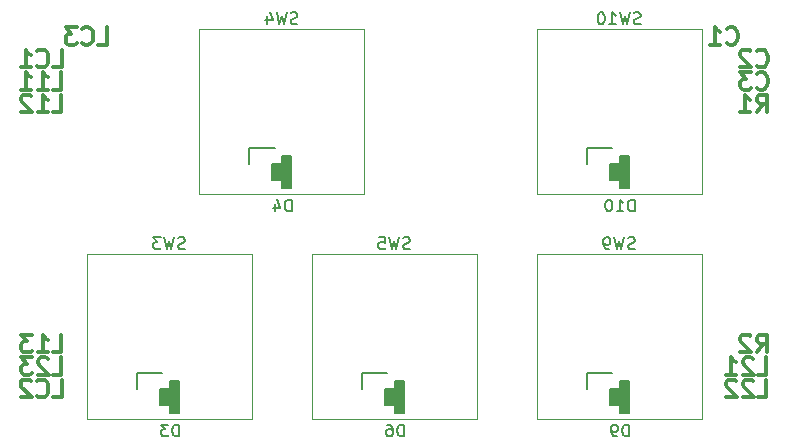
<source format=gbr>
G04 #@! TF.GenerationSoftware,KiCad,Pcbnew,(5.0.0-rc2-dev-471-ge4feb315d)*
G04 #@! TF.CreationDate,2018-05-05T14:14:47+01:00*
G04 #@! TF.ProjectId,cherry_breakout_2u_double_side,6368657272795F627265616B6F75745F,rev?*
G04 #@! TF.SameCoordinates,Original*
G04 #@! TF.FileFunction,Legend,Bot*
G04 #@! TF.FilePolarity,Positive*
%FSLAX46Y46*%
G04 Gerber Fmt 4.6, Leading zero omitted, Abs format (unit mm)*
G04 Created by KiCad (PCBNEW (5.0.0-rc2-dev-471-ge4feb315d)) date Sat May  5 14:14:47 2018*
%MOMM*%
%LPD*%
G01*
G04 APERTURE LIST*
%ADD10C,0.300000*%
%ADD11C,0.150000*%
%ADD12C,0.120000*%
G04 APERTURE END LIST*
D10*
X190194285Y-122598571D02*
X190908571Y-122598571D01*
X190908571Y-121098571D01*
X189765714Y-121241428D02*
X189694285Y-121170000D01*
X189551428Y-121098571D01*
X189194285Y-121098571D01*
X189051428Y-121170000D01*
X188980000Y-121241428D01*
X188908571Y-121384285D01*
X188908571Y-121527142D01*
X188980000Y-121741428D01*
X189837142Y-122598571D01*
X188908571Y-122598571D01*
X188337142Y-121241428D02*
X188265714Y-121170000D01*
X188122857Y-121098571D01*
X187765714Y-121098571D01*
X187622857Y-121170000D01*
X187551428Y-121241428D01*
X187480000Y-121384285D01*
X187480000Y-121527142D01*
X187551428Y-121741428D01*
X188408571Y-122598571D01*
X187480000Y-122598571D01*
X190194285Y-120693571D02*
X190908571Y-120693571D01*
X190908571Y-119193571D01*
X189765714Y-119336428D02*
X189694285Y-119265000D01*
X189551428Y-119193571D01*
X189194285Y-119193571D01*
X189051428Y-119265000D01*
X188980000Y-119336428D01*
X188908571Y-119479285D01*
X188908571Y-119622142D01*
X188980000Y-119836428D01*
X189837142Y-120693571D01*
X188908571Y-120693571D01*
X187480000Y-120693571D02*
X188337142Y-120693571D01*
X187908571Y-120693571D02*
X187908571Y-119193571D01*
X188051428Y-119407857D01*
X188194285Y-119550714D01*
X188337142Y-119622142D01*
X190115000Y-118788571D02*
X190615000Y-118074285D01*
X190972142Y-118788571D02*
X190972142Y-117288571D01*
X190400714Y-117288571D01*
X190257857Y-117360000D01*
X190186428Y-117431428D01*
X190115000Y-117574285D01*
X190115000Y-117788571D01*
X190186428Y-117931428D01*
X190257857Y-118002857D01*
X190400714Y-118074285D01*
X190972142Y-118074285D01*
X189543571Y-117431428D02*
X189472142Y-117360000D01*
X189329285Y-117288571D01*
X188972142Y-117288571D01*
X188829285Y-117360000D01*
X188757857Y-117431428D01*
X188686428Y-117574285D01*
X188686428Y-117717142D01*
X188757857Y-117931428D01*
X189615000Y-118788571D01*
X188686428Y-118788571D01*
X190115000Y-98468571D02*
X190615000Y-97754285D01*
X190972142Y-98468571D02*
X190972142Y-96968571D01*
X190400714Y-96968571D01*
X190257857Y-97040000D01*
X190186428Y-97111428D01*
X190115000Y-97254285D01*
X190115000Y-97468571D01*
X190186428Y-97611428D01*
X190257857Y-97682857D01*
X190400714Y-97754285D01*
X190972142Y-97754285D01*
X188686428Y-98468571D02*
X189543571Y-98468571D01*
X189115000Y-98468571D02*
X189115000Y-96968571D01*
X189257857Y-97182857D01*
X189400714Y-97325714D01*
X189543571Y-97397142D01*
X190115000Y-96420714D02*
X190186428Y-96492142D01*
X190400714Y-96563571D01*
X190543571Y-96563571D01*
X190757857Y-96492142D01*
X190900714Y-96349285D01*
X190972142Y-96206428D01*
X191043571Y-95920714D01*
X191043571Y-95706428D01*
X190972142Y-95420714D01*
X190900714Y-95277857D01*
X190757857Y-95135000D01*
X190543571Y-95063571D01*
X190400714Y-95063571D01*
X190186428Y-95135000D01*
X190115000Y-95206428D01*
X189615000Y-95063571D02*
X188686428Y-95063571D01*
X189186428Y-95635000D01*
X188972142Y-95635000D01*
X188829285Y-95706428D01*
X188757857Y-95777857D01*
X188686428Y-95920714D01*
X188686428Y-96277857D01*
X188757857Y-96420714D01*
X188829285Y-96492142D01*
X188972142Y-96563571D01*
X189400714Y-96563571D01*
X189543571Y-96492142D01*
X189615000Y-96420714D01*
X190115000Y-94515714D02*
X190186428Y-94587142D01*
X190400714Y-94658571D01*
X190543571Y-94658571D01*
X190757857Y-94587142D01*
X190900714Y-94444285D01*
X190972142Y-94301428D01*
X191043571Y-94015714D01*
X191043571Y-93801428D01*
X190972142Y-93515714D01*
X190900714Y-93372857D01*
X190757857Y-93230000D01*
X190543571Y-93158571D01*
X190400714Y-93158571D01*
X190186428Y-93230000D01*
X190115000Y-93301428D01*
X189543571Y-93301428D02*
X189472142Y-93230000D01*
X189329285Y-93158571D01*
X188972142Y-93158571D01*
X188829285Y-93230000D01*
X188757857Y-93301428D01*
X188686428Y-93444285D01*
X188686428Y-93587142D01*
X188757857Y-93801428D01*
X189615000Y-94658571D01*
X188686428Y-94658571D01*
X187575000Y-92610714D02*
X187646428Y-92682142D01*
X187860714Y-92753571D01*
X188003571Y-92753571D01*
X188217857Y-92682142D01*
X188360714Y-92539285D01*
X188432142Y-92396428D01*
X188503571Y-92110714D01*
X188503571Y-91896428D01*
X188432142Y-91610714D01*
X188360714Y-91467857D01*
X188217857Y-91325000D01*
X188003571Y-91253571D01*
X187860714Y-91253571D01*
X187646428Y-91325000D01*
X187575000Y-91396428D01*
X186146428Y-92753571D02*
X187003571Y-92753571D01*
X186575000Y-92753571D02*
X186575000Y-91253571D01*
X186717857Y-91467857D01*
X186860714Y-91610714D01*
X187003571Y-91682142D01*
X130504285Y-120693571D02*
X131218571Y-120693571D01*
X131218571Y-119193571D01*
X130075714Y-119336428D02*
X130004285Y-119265000D01*
X129861428Y-119193571D01*
X129504285Y-119193571D01*
X129361428Y-119265000D01*
X129290000Y-119336428D01*
X129218571Y-119479285D01*
X129218571Y-119622142D01*
X129290000Y-119836428D01*
X130147142Y-120693571D01*
X129218571Y-120693571D01*
X128718571Y-119193571D02*
X127790000Y-119193571D01*
X128290000Y-119765000D01*
X128075714Y-119765000D01*
X127932857Y-119836428D01*
X127861428Y-119907857D01*
X127790000Y-120050714D01*
X127790000Y-120407857D01*
X127861428Y-120550714D01*
X127932857Y-120622142D01*
X128075714Y-120693571D01*
X128504285Y-120693571D01*
X128647142Y-120622142D01*
X128718571Y-120550714D01*
X130504285Y-118788571D02*
X131218571Y-118788571D01*
X131218571Y-117288571D01*
X129218571Y-118788571D02*
X130075714Y-118788571D01*
X129647142Y-118788571D02*
X129647142Y-117288571D01*
X129790000Y-117502857D01*
X129932857Y-117645714D01*
X130075714Y-117717142D01*
X128718571Y-117288571D02*
X127790000Y-117288571D01*
X128290000Y-117860000D01*
X128075714Y-117860000D01*
X127932857Y-117931428D01*
X127861428Y-118002857D01*
X127790000Y-118145714D01*
X127790000Y-118502857D01*
X127861428Y-118645714D01*
X127932857Y-118717142D01*
X128075714Y-118788571D01*
X128504285Y-118788571D01*
X128647142Y-118717142D01*
X128718571Y-118645714D01*
X130504285Y-98468571D02*
X131218571Y-98468571D01*
X131218571Y-96968571D01*
X129218571Y-98468571D02*
X130075714Y-98468571D01*
X129647142Y-98468571D02*
X129647142Y-96968571D01*
X129790000Y-97182857D01*
X129932857Y-97325714D01*
X130075714Y-97397142D01*
X128647142Y-97111428D02*
X128575714Y-97040000D01*
X128432857Y-96968571D01*
X128075714Y-96968571D01*
X127932857Y-97040000D01*
X127861428Y-97111428D01*
X127790000Y-97254285D01*
X127790000Y-97397142D01*
X127861428Y-97611428D01*
X128718571Y-98468571D01*
X127790000Y-98468571D01*
X130504285Y-96563571D02*
X131218571Y-96563571D01*
X131218571Y-95063571D01*
X129218571Y-96563571D02*
X130075714Y-96563571D01*
X129647142Y-96563571D02*
X129647142Y-95063571D01*
X129790000Y-95277857D01*
X129932857Y-95420714D01*
X130075714Y-95492142D01*
X127790000Y-96563571D02*
X128647142Y-96563571D01*
X128218571Y-96563571D02*
X128218571Y-95063571D01*
X128361428Y-95277857D01*
X128504285Y-95420714D01*
X128647142Y-95492142D01*
X130540000Y-122598571D02*
X131254285Y-122598571D01*
X131254285Y-121098571D01*
X129182857Y-122455714D02*
X129254285Y-122527142D01*
X129468571Y-122598571D01*
X129611428Y-122598571D01*
X129825714Y-122527142D01*
X129968571Y-122384285D01*
X130040000Y-122241428D01*
X130111428Y-121955714D01*
X130111428Y-121741428D01*
X130040000Y-121455714D01*
X129968571Y-121312857D01*
X129825714Y-121170000D01*
X129611428Y-121098571D01*
X129468571Y-121098571D01*
X129254285Y-121170000D01*
X129182857Y-121241428D01*
X128611428Y-121241428D02*
X128540000Y-121170000D01*
X128397142Y-121098571D01*
X128040000Y-121098571D01*
X127897142Y-121170000D01*
X127825714Y-121241428D01*
X127754285Y-121384285D01*
X127754285Y-121527142D01*
X127825714Y-121741428D01*
X128682857Y-122598571D01*
X127754285Y-122598571D01*
X130540000Y-94658571D02*
X131254285Y-94658571D01*
X131254285Y-93158571D01*
X129182857Y-94515714D02*
X129254285Y-94587142D01*
X129468571Y-94658571D01*
X129611428Y-94658571D01*
X129825714Y-94587142D01*
X129968571Y-94444285D01*
X130040000Y-94301428D01*
X130111428Y-94015714D01*
X130111428Y-93801428D01*
X130040000Y-93515714D01*
X129968571Y-93372857D01*
X129825714Y-93230000D01*
X129611428Y-93158571D01*
X129468571Y-93158571D01*
X129254285Y-93230000D01*
X129182857Y-93301428D01*
X127754285Y-94658571D02*
X128611428Y-94658571D01*
X128182857Y-94658571D02*
X128182857Y-93158571D01*
X128325714Y-93372857D01*
X128468571Y-93515714D01*
X128611428Y-93587142D01*
X134350000Y-92753571D02*
X135064285Y-92753571D01*
X135064285Y-91253571D01*
X132992857Y-92610714D02*
X133064285Y-92682142D01*
X133278571Y-92753571D01*
X133421428Y-92753571D01*
X133635714Y-92682142D01*
X133778571Y-92539285D01*
X133850000Y-92396428D01*
X133921428Y-92110714D01*
X133921428Y-91896428D01*
X133850000Y-91610714D01*
X133778571Y-91467857D01*
X133635714Y-91325000D01*
X133421428Y-91253571D01*
X133278571Y-91253571D01*
X133064285Y-91325000D01*
X132992857Y-91396428D01*
X132492857Y-91253571D02*
X131564285Y-91253571D01*
X132064285Y-91825000D01*
X131850000Y-91825000D01*
X131707142Y-91896428D01*
X131635714Y-91967857D01*
X131564285Y-92110714D01*
X131564285Y-92467857D01*
X131635714Y-92610714D01*
X131707142Y-92682142D01*
X131850000Y-92753571D01*
X132278571Y-92753571D01*
X132421428Y-92682142D01*
X132492857Y-92610714D01*
D11*
X137585000Y-121905000D02*
X137585000Y-120505000D01*
X137585000Y-120505000D02*
X139735000Y-120505000D01*
G36*
X141135000Y-121205000D02*
X141135000Y-123905000D01*
X140385000Y-123905000D01*
X140385000Y-123205000D01*
X139535000Y-123205000D01*
X139535000Y-121855000D01*
X140385000Y-121855000D01*
X140385000Y-121205000D01*
X141135000Y-121205000D01*
G37*
X141135000Y-121205000D02*
X141135000Y-123905000D01*
X140385000Y-123905000D01*
X140385000Y-123205000D01*
X139535000Y-123205000D01*
X139535000Y-121855000D01*
X140385000Y-121855000D01*
X140385000Y-121205000D01*
X141135000Y-121205000D01*
G36*
X150660000Y-102155000D02*
X150660000Y-104855000D01*
X149910000Y-104855000D01*
X149910000Y-104155000D01*
X149060000Y-104155000D01*
X149060000Y-102805000D01*
X149910000Y-102805000D01*
X149910000Y-102155000D01*
X150660000Y-102155000D01*
G37*
X150660000Y-102155000D02*
X150660000Y-104855000D01*
X149910000Y-104855000D01*
X149910000Y-104155000D01*
X149060000Y-104155000D01*
X149060000Y-102805000D01*
X149910000Y-102805000D01*
X149910000Y-102155000D01*
X150660000Y-102155000D01*
X147110000Y-101455000D02*
X149260000Y-101455000D01*
X147110000Y-102855000D02*
X147110000Y-101455000D01*
G36*
X160185000Y-121205000D02*
X160185000Y-123905000D01*
X159435000Y-123905000D01*
X159435000Y-123205000D01*
X158585000Y-123205000D01*
X158585000Y-121855000D01*
X159435000Y-121855000D01*
X159435000Y-121205000D01*
X160185000Y-121205000D01*
G37*
X160185000Y-121205000D02*
X160185000Y-123905000D01*
X159435000Y-123905000D01*
X159435000Y-123205000D01*
X158585000Y-123205000D01*
X158585000Y-121855000D01*
X159435000Y-121855000D01*
X159435000Y-121205000D01*
X160185000Y-121205000D01*
X156635000Y-120505000D02*
X158785000Y-120505000D01*
X156635000Y-121905000D02*
X156635000Y-120505000D01*
X175685000Y-121905000D02*
X175685000Y-120505000D01*
X175685000Y-120505000D02*
X177835000Y-120505000D01*
G36*
X179235000Y-121205000D02*
X179235000Y-123905000D01*
X178485000Y-123905000D01*
X178485000Y-123205000D01*
X177635000Y-123205000D01*
X177635000Y-121855000D01*
X178485000Y-121855000D01*
X178485000Y-121205000D01*
X179235000Y-121205000D01*
G37*
X179235000Y-121205000D02*
X179235000Y-123905000D01*
X178485000Y-123905000D01*
X178485000Y-123205000D01*
X177635000Y-123205000D01*
X177635000Y-121855000D01*
X178485000Y-121855000D01*
X178485000Y-121205000D01*
X179235000Y-121205000D01*
X175685000Y-102855000D02*
X175685000Y-101455000D01*
X175685000Y-101455000D02*
X177835000Y-101455000D01*
G36*
X179235000Y-102155000D02*
X179235000Y-104855000D01*
X178485000Y-104855000D01*
X178485000Y-104155000D01*
X177635000Y-104155000D01*
X177635000Y-102805000D01*
X178485000Y-102805000D01*
X178485000Y-102155000D01*
X179235000Y-102155000D01*
G37*
X179235000Y-102155000D02*
X179235000Y-104855000D01*
X178485000Y-104855000D01*
X178485000Y-104155000D01*
X177635000Y-104155000D01*
X177635000Y-102805000D01*
X178485000Y-102805000D01*
X178485000Y-102155000D01*
X179235000Y-102155000D01*
D12*
X147320000Y-110490000D02*
X133350000Y-110490000D01*
X133350000Y-110490000D02*
X133350000Y-124460000D01*
X133350000Y-124460000D02*
X147320000Y-124460000D01*
X147320000Y-124460000D02*
X147320000Y-110490000D01*
X156845000Y-91440000D02*
X142875000Y-91440000D01*
X142875000Y-91440000D02*
X142875000Y-105410000D01*
X142875000Y-105410000D02*
X156845000Y-105410000D01*
X156845000Y-105410000D02*
X156845000Y-91440000D01*
X166370000Y-124460000D02*
X166370000Y-110490000D01*
X152400000Y-124460000D02*
X166370000Y-124460000D01*
X152400000Y-110490000D02*
X152400000Y-124460000D01*
X166370000Y-110490000D02*
X152400000Y-110490000D01*
X185420000Y-110490000D02*
X171450000Y-110490000D01*
X171450000Y-110490000D02*
X171450000Y-124460000D01*
X171450000Y-124460000D02*
X185420000Y-124460000D01*
X185420000Y-124460000D02*
X185420000Y-110490000D01*
X185420000Y-91440000D02*
X171450000Y-91440000D01*
X171450000Y-91440000D02*
X171450000Y-105410000D01*
X171450000Y-105410000D02*
X185420000Y-105410000D01*
X185420000Y-105410000D02*
X185420000Y-91440000D01*
D11*
X141173095Y-125907380D02*
X141173095Y-124907380D01*
X140935000Y-124907380D01*
X140792142Y-124955000D01*
X140696904Y-125050238D01*
X140649285Y-125145476D01*
X140601666Y-125335952D01*
X140601666Y-125478809D01*
X140649285Y-125669285D01*
X140696904Y-125764523D01*
X140792142Y-125859761D01*
X140935000Y-125907380D01*
X141173095Y-125907380D01*
X140268333Y-124907380D02*
X139649285Y-124907380D01*
X139982619Y-125288333D01*
X139839761Y-125288333D01*
X139744523Y-125335952D01*
X139696904Y-125383571D01*
X139649285Y-125478809D01*
X139649285Y-125716904D01*
X139696904Y-125812142D01*
X139744523Y-125859761D01*
X139839761Y-125907380D01*
X140125476Y-125907380D01*
X140220714Y-125859761D01*
X140268333Y-125812142D01*
X150698095Y-106857380D02*
X150698095Y-105857380D01*
X150460000Y-105857380D01*
X150317142Y-105905000D01*
X150221904Y-106000238D01*
X150174285Y-106095476D01*
X150126666Y-106285952D01*
X150126666Y-106428809D01*
X150174285Y-106619285D01*
X150221904Y-106714523D01*
X150317142Y-106809761D01*
X150460000Y-106857380D01*
X150698095Y-106857380D01*
X149269523Y-106190714D02*
X149269523Y-106857380D01*
X149507619Y-105809761D02*
X149745714Y-106524047D01*
X149126666Y-106524047D01*
X160223095Y-125907380D02*
X160223095Y-124907380D01*
X159985000Y-124907380D01*
X159842142Y-124955000D01*
X159746904Y-125050238D01*
X159699285Y-125145476D01*
X159651666Y-125335952D01*
X159651666Y-125478809D01*
X159699285Y-125669285D01*
X159746904Y-125764523D01*
X159842142Y-125859761D01*
X159985000Y-125907380D01*
X160223095Y-125907380D01*
X158794523Y-124907380D02*
X158985000Y-124907380D01*
X159080238Y-124955000D01*
X159127857Y-125002619D01*
X159223095Y-125145476D01*
X159270714Y-125335952D01*
X159270714Y-125716904D01*
X159223095Y-125812142D01*
X159175476Y-125859761D01*
X159080238Y-125907380D01*
X158889761Y-125907380D01*
X158794523Y-125859761D01*
X158746904Y-125812142D01*
X158699285Y-125716904D01*
X158699285Y-125478809D01*
X158746904Y-125383571D01*
X158794523Y-125335952D01*
X158889761Y-125288333D01*
X159080238Y-125288333D01*
X159175476Y-125335952D01*
X159223095Y-125383571D01*
X159270714Y-125478809D01*
X179273095Y-125907380D02*
X179273095Y-124907380D01*
X179035000Y-124907380D01*
X178892142Y-124955000D01*
X178796904Y-125050238D01*
X178749285Y-125145476D01*
X178701666Y-125335952D01*
X178701666Y-125478809D01*
X178749285Y-125669285D01*
X178796904Y-125764523D01*
X178892142Y-125859761D01*
X179035000Y-125907380D01*
X179273095Y-125907380D01*
X178225476Y-125907380D02*
X178035000Y-125907380D01*
X177939761Y-125859761D01*
X177892142Y-125812142D01*
X177796904Y-125669285D01*
X177749285Y-125478809D01*
X177749285Y-125097857D01*
X177796904Y-125002619D01*
X177844523Y-124955000D01*
X177939761Y-124907380D01*
X178130238Y-124907380D01*
X178225476Y-124955000D01*
X178273095Y-125002619D01*
X178320714Y-125097857D01*
X178320714Y-125335952D01*
X178273095Y-125431190D01*
X178225476Y-125478809D01*
X178130238Y-125526428D01*
X177939761Y-125526428D01*
X177844523Y-125478809D01*
X177796904Y-125431190D01*
X177749285Y-125335952D01*
X179749285Y-106857380D02*
X179749285Y-105857380D01*
X179511190Y-105857380D01*
X179368333Y-105905000D01*
X179273095Y-106000238D01*
X179225476Y-106095476D01*
X179177857Y-106285952D01*
X179177857Y-106428809D01*
X179225476Y-106619285D01*
X179273095Y-106714523D01*
X179368333Y-106809761D01*
X179511190Y-106857380D01*
X179749285Y-106857380D01*
X178225476Y-106857380D02*
X178796904Y-106857380D01*
X178511190Y-106857380D02*
X178511190Y-105857380D01*
X178606428Y-106000238D01*
X178701666Y-106095476D01*
X178796904Y-106143095D01*
X177606428Y-105857380D02*
X177511190Y-105857380D01*
X177415952Y-105905000D01*
X177368333Y-105952619D01*
X177320714Y-106047857D01*
X177273095Y-106238333D01*
X177273095Y-106476428D01*
X177320714Y-106666904D01*
X177368333Y-106762142D01*
X177415952Y-106809761D01*
X177511190Y-106857380D01*
X177606428Y-106857380D01*
X177701666Y-106809761D01*
X177749285Y-106762142D01*
X177796904Y-106666904D01*
X177844523Y-106476428D01*
X177844523Y-106238333D01*
X177796904Y-106047857D01*
X177749285Y-105952619D01*
X177701666Y-105905000D01*
X177606428Y-105857380D01*
X141668333Y-110005761D02*
X141525476Y-110053380D01*
X141287380Y-110053380D01*
X141192142Y-110005761D01*
X141144523Y-109958142D01*
X141096904Y-109862904D01*
X141096904Y-109767666D01*
X141144523Y-109672428D01*
X141192142Y-109624809D01*
X141287380Y-109577190D01*
X141477857Y-109529571D01*
X141573095Y-109481952D01*
X141620714Y-109434333D01*
X141668333Y-109339095D01*
X141668333Y-109243857D01*
X141620714Y-109148619D01*
X141573095Y-109101000D01*
X141477857Y-109053380D01*
X141239761Y-109053380D01*
X141096904Y-109101000D01*
X140763571Y-109053380D02*
X140525476Y-110053380D01*
X140335000Y-109339095D01*
X140144523Y-110053380D01*
X139906428Y-109053380D01*
X139620714Y-109053380D02*
X139001666Y-109053380D01*
X139335000Y-109434333D01*
X139192142Y-109434333D01*
X139096904Y-109481952D01*
X139049285Y-109529571D01*
X139001666Y-109624809D01*
X139001666Y-109862904D01*
X139049285Y-109958142D01*
X139096904Y-110005761D01*
X139192142Y-110053380D01*
X139477857Y-110053380D01*
X139573095Y-110005761D01*
X139620714Y-109958142D01*
X151193333Y-90955761D02*
X151050476Y-91003380D01*
X150812380Y-91003380D01*
X150717142Y-90955761D01*
X150669523Y-90908142D01*
X150621904Y-90812904D01*
X150621904Y-90717666D01*
X150669523Y-90622428D01*
X150717142Y-90574809D01*
X150812380Y-90527190D01*
X151002857Y-90479571D01*
X151098095Y-90431952D01*
X151145714Y-90384333D01*
X151193333Y-90289095D01*
X151193333Y-90193857D01*
X151145714Y-90098619D01*
X151098095Y-90051000D01*
X151002857Y-90003380D01*
X150764761Y-90003380D01*
X150621904Y-90051000D01*
X150288571Y-90003380D02*
X150050476Y-91003380D01*
X149860000Y-90289095D01*
X149669523Y-91003380D01*
X149431428Y-90003380D01*
X148621904Y-90336714D02*
X148621904Y-91003380D01*
X148860000Y-89955761D02*
X149098095Y-90670047D01*
X148479047Y-90670047D01*
X160718333Y-110005761D02*
X160575476Y-110053380D01*
X160337380Y-110053380D01*
X160242142Y-110005761D01*
X160194523Y-109958142D01*
X160146904Y-109862904D01*
X160146904Y-109767666D01*
X160194523Y-109672428D01*
X160242142Y-109624809D01*
X160337380Y-109577190D01*
X160527857Y-109529571D01*
X160623095Y-109481952D01*
X160670714Y-109434333D01*
X160718333Y-109339095D01*
X160718333Y-109243857D01*
X160670714Y-109148619D01*
X160623095Y-109101000D01*
X160527857Y-109053380D01*
X160289761Y-109053380D01*
X160146904Y-109101000D01*
X159813571Y-109053380D02*
X159575476Y-110053380D01*
X159385000Y-109339095D01*
X159194523Y-110053380D01*
X158956428Y-109053380D01*
X158099285Y-109053380D02*
X158575476Y-109053380D01*
X158623095Y-109529571D01*
X158575476Y-109481952D01*
X158480238Y-109434333D01*
X158242142Y-109434333D01*
X158146904Y-109481952D01*
X158099285Y-109529571D01*
X158051666Y-109624809D01*
X158051666Y-109862904D01*
X158099285Y-109958142D01*
X158146904Y-110005761D01*
X158242142Y-110053380D01*
X158480238Y-110053380D01*
X158575476Y-110005761D01*
X158623095Y-109958142D01*
X179768333Y-110005761D02*
X179625476Y-110053380D01*
X179387380Y-110053380D01*
X179292142Y-110005761D01*
X179244523Y-109958142D01*
X179196904Y-109862904D01*
X179196904Y-109767666D01*
X179244523Y-109672428D01*
X179292142Y-109624809D01*
X179387380Y-109577190D01*
X179577857Y-109529571D01*
X179673095Y-109481952D01*
X179720714Y-109434333D01*
X179768333Y-109339095D01*
X179768333Y-109243857D01*
X179720714Y-109148619D01*
X179673095Y-109101000D01*
X179577857Y-109053380D01*
X179339761Y-109053380D01*
X179196904Y-109101000D01*
X178863571Y-109053380D02*
X178625476Y-110053380D01*
X178435000Y-109339095D01*
X178244523Y-110053380D01*
X178006428Y-109053380D01*
X177577857Y-110053380D02*
X177387380Y-110053380D01*
X177292142Y-110005761D01*
X177244523Y-109958142D01*
X177149285Y-109815285D01*
X177101666Y-109624809D01*
X177101666Y-109243857D01*
X177149285Y-109148619D01*
X177196904Y-109101000D01*
X177292142Y-109053380D01*
X177482619Y-109053380D01*
X177577857Y-109101000D01*
X177625476Y-109148619D01*
X177673095Y-109243857D01*
X177673095Y-109481952D01*
X177625476Y-109577190D01*
X177577857Y-109624809D01*
X177482619Y-109672428D01*
X177292142Y-109672428D01*
X177196904Y-109624809D01*
X177149285Y-109577190D01*
X177101666Y-109481952D01*
X180244523Y-90955761D02*
X180101666Y-91003380D01*
X179863571Y-91003380D01*
X179768333Y-90955761D01*
X179720714Y-90908142D01*
X179673095Y-90812904D01*
X179673095Y-90717666D01*
X179720714Y-90622428D01*
X179768333Y-90574809D01*
X179863571Y-90527190D01*
X180054047Y-90479571D01*
X180149285Y-90431952D01*
X180196904Y-90384333D01*
X180244523Y-90289095D01*
X180244523Y-90193857D01*
X180196904Y-90098619D01*
X180149285Y-90051000D01*
X180054047Y-90003380D01*
X179815952Y-90003380D01*
X179673095Y-90051000D01*
X179339761Y-90003380D02*
X179101666Y-91003380D01*
X178911190Y-90289095D01*
X178720714Y-91003380D01*
X178482619Y-90003380D01*
X177577857Y-91003380D02*
X178149285Y-91003380D01*
X177863571Y-91003380D02*
X177863571Y-90003380D01*
X177958809Y-90146238D01*
X178054047Y-90241476D01*
X178149285Y-90289095D01*
X176958809Y-90003380D02*
X176863571Y-90003380D01*
X176768333Y-90051000D01*
X176720714Y-90098619D01*
X176673095Y-90193857D01*
X176625476Y-90384333D01*
X176625476Y-90622428D01*
X176673095Y-90812904D01*
X176720714Y-90908142D01*
X176768333Y-90955761D01*
X176863571Y-91003380D01*
X176958809Y-91003380D01*
X177054047Y-90955761D01*
X177101666Y-90908142D01*
X177149285Y-90812904D01*
X177196904Y-90622428D01*
X177196904Y-90384333D01*
X177149285Y-90193857D01*
X177101666Y-90098619D01*
X177054047Y-90051000D01*
X176958809Y-90003380D01*
M02*

</source>
